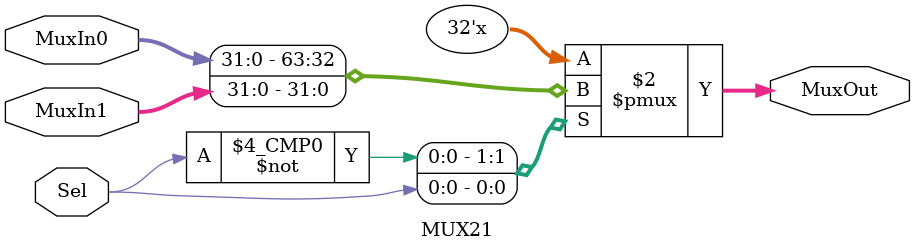
<source format=v>
`timescale 1ns / 1ps
module MUX21(MuxOut, MuxIn0, MuxIn1, Sel);

parameter WORD_SIZE = 32;

input [WORD_SIZE-1:0] MuxIn0, MuxIn1;
input Sel;
output reg [WORD_SIZE-1:0] MuxOut;


always @ (Sel, MuxIn0, MuxIn1)				
	
	begin
		case (Sel)
			1'b0: MuxOut = MuxIn0;
			1'b1: MuxOut = MuxIn1; 
			
		endcase
	end
 endmodule

</source>
